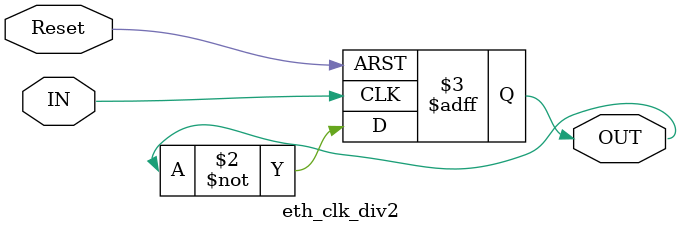
<source format=v>



module eth_clk_div2 (
  input       Reset,
  input       IN,
  output  reg OUT
);

always @ (posedge IN or posedge Reset)
  if (Reset)
    OUT <= 0;
  else
    OUT <= ~OUT;
    
endmodule

</source>
